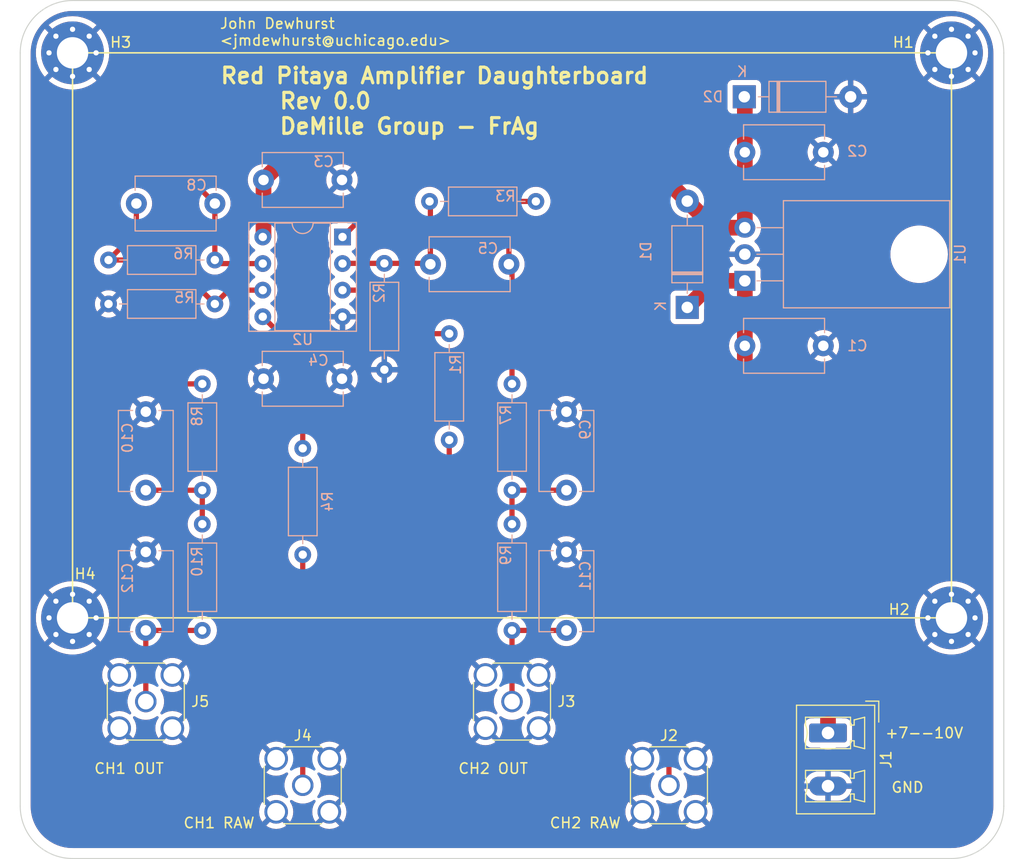
<source format=kicad_pcb>
(kicad_pcb (version 20211014) (generator pcbnew)
  (layers (0 "F.Cu" signal) (31 "B.Cu" signal) (34 "B.Paste" user) (35 "F.Paste" user) (36 "B.SilkS" user "B.Silkscreen") (37 "F.SilkS" user "F.Silkscreen") (38 "B.Mask" user) (39 "F.Mask" user) (44 "Edge.Cuts" user))
  (net 0 "")
  (net 1 "Net-(C1-Pad1)")
  (net 2 "GND")
  (net 3 "+5V")
  (net 4 "Net-(C5-Pad1)")
  (net 5 "Net-(C5-Pad2)")
  (net 6 "Net-(C8-Pad1)")
  (net 7 "Net-(C8-Pad2)")
  (net 8 "Net-(C9-Pad1)")
  (net 9 "Net-(C10-Pad1)")
  (net 10 "Net-(C11-Pad1)")
  (net 11 "Net-(C12-Pad1)")
  (net 12 "Net-(J2-Pad1)")
  (net 13 "Net-(J4-Pad1)")
  (net 14 "Net-(R1-Pad2)")
  (net 15 "Net-(R4-Pad2)")
  (footprint "Connector_Coaxial:SMA_Amphenol_132134-16_Vertical" (layer "F.Cu") (at 95 90)
    (fp_text reference "J3" (at 5.2 0) (layer "F.SilkS"))
    (fp_text value "RP_CH_1_out")
    (fp_line (start 3.68 -1.8) (end 3.68 1.8) (layer "F.SilkS") (width 0.12))
    (fp_line (start -3.68 -1.8) (end -3.68 1.8) (layer "F.SilkS") (width 0.12))
    (fp_line (start -1.8 3.68) (end 1.8 3.68) (layer "F.SilkS") (width 0.12))
    (fp_line (start -1.8 -3.68) (end 1.8 -3.68) (layer "F.SilkS") (width 0.12))
    (pad "1" thru_hole circle (at 0 0) (size 2.05 2.05) (drill 1.5) (layers *.Cu *.Mask) (net 10 "Net-(C11-Pad1)"))
    (pad "2" thru_hole circle (at 2.54 -2.54) (size 2.25 2.25) (drill 1.7) (layers *.Cu *.Mask) (net 2 "GND"))
    (pad "2" thru_hole circle (at 2.54 2.54) (size 2.25 2.25) (drill 1.7) (layers *.Cu *.Mask) (net 2 "GND"))
    (pad "2" thru_hole circle (at -2.54 2.54) (size 2.25 2.25) (drill 1.7) (layers *.Cu *.Mask) (net 2 "GND"))
    (pad "2" thru_hole circle (at -2.54 -2.54) (size 2.25 2.25) (drill 1.7) (layers *.Cu *.Mask) (net 2 "GND"))
  )
  (footprint "Connector_Coaxial:SMA_Amphenol_132134-16_Vertical" (layer "F.Cu") (at 60 90)
    (fp_text reference "J5" (at 5.2 0) (layer "F.SilkS"))
    (fp_text value "RP_CH_2_out")
    (fp_line (start 3.68 -1.8) (end 3.68 1.8) (layer "F.SilkS") (width 0.12))
    (fp_line (start -1.8 -3.68) (end 1.8 -3.68) (layer "F.SilkS") (width 0.12))
    (fp_line (start -3.68 -1.8) (end -3.68 1.8) (layer "F.SilkS") (width 0.12))
    (fp_line (start -1.8 3.68) (end 1.8 3.68) (layer "F.SilkS") (width 0.12))
    (pad "1" thru_hole circle (at 0 0) (size 2.05 2.05) (drill 1.5) (layers *.Cu *.Mask) (net 11 "Net-(C12-Pad1)"))
    (pad "2" thru_hole circle (at 2.54 -2.54) (size 2.25 2.25) (drill 1.7) (layers *.Cu *.Mask) (net 2 "GND"))
    (pad "2" thru_hole circle (at 2.54 2.54) (size 2.25 2.25) (drill 1.7) (layers *.Cu *.Mask) (net 2 "GND"))
    (pad "2" thru_hole circle (at -2.54 2.54) (size 2.25 2.25) (drill 1.7) (layers *.Cu *.Mask) (net 2 "GND"))
    (pad "2" thru_hole circle (at -2.54 -2.54) (size 2.25 2.25) (drill 1.7) (layers *.Cu *.Mask) (net 2 "GND"))
  )
  (footprint "Connector_Phoenix_MC_HighVoltage:PhoenixContact_MCV_1,5_2-G-5.08_1x02_P5.08mm_Vertical" (layer "F.Cu") (at 125.2 93 -90)
    (fp_text reference "J1" (at 2.54 -5.55 -90) (layer "F.SilkS"))
    (fp_text value "+10V")
    (fp_line (start 5.83 -2.15) (end 6.58 -2.15) (layer "F.SilkS") (width 0.12))
    (fp_line (start 3.58 2.15) (end 3.58 -2.15) (layer "F.SilkS") (width 0.12))
    (fp_line (start 3.58 -3.5) (end 6.58 -3.5) (layer "F.SilkS") (width 0.12))
    (fp_line (start 5.83 -2.5) (end 5.83 -2.15) (layer "F.SilkS") (width 0.12))
    (fp_line (start -1.5 -3.5) (end 1.5 -3.5) (layer "F.SilkS") (width 0.12))
    (fp_line (start -0.75 2.15) (end -1.5 2.15) (layer "F.SilkS") (width 0.12))
    (fp_line (start 3.83 -2.5) (end 3.58 -3.5) (layer "F.SilkS") (width 0.12))
    (fp_line (start 1.5 2.15) (end 0.75 2.15) (layer "F.SilkS") (width 0.12))
    (fp_line (start 6.58 -2.15) (end 6.58 2.15) (layer "F.SilkS") (width 0.12))
    (fp_line (start 0.75 -2.15) (end 1.5 -2.15) (layer "F.SilkS") (width 0.12))
    (fp_line (start -0.75 -2.15) (end -0.75 -2.5) (layer "F.SilkS") (width 0.12))
    (fp_line (start -3.04 -3.6) (end -3.04 -4.85) (layer "F.SilkS") (width 0.12))
    (fp_line (start 1.25 -2.5) (end 0.75 -2.5) (layer "F.SilkS") (width 0.12))
    (fp_line (start -0.75 -2.5) (end -1.25 -2.5) (layer "F.SilkS") (width 0.12))
    (fp_line (start 4.33 2.15) (end 3.58 2.15) (layer "F.SilkS") (width 0.12))
    (fp_line (start 7.73 -4.46) (end -2.65 -4.46) (layer "F.SilkS") (width 0.12))
    (fp_line (start 4.33 -2.5) (end 3.83 -2.5) (layer "F.SilkS") (width 0.12))
    (fp_line (start -1.5 2.15) (end -1.5 -2.15) (layer "F.SilkS") (width 0.12))
    (fp_line (start -2.65 -4.46) (end -2.65 3.01) (layer "F.SilkS") (width 0.12))
    (fp_line (start 1.5 -2.15) (end 1.5 2.15) (layer "F.SilkS") (width 0.12))
    (fp_line (start 1.5 -3.5) (end 1.25 -2.5) (layer "F.SilkS") (width 0.12))
    (fp_line (start 6.33 -2.5) (end 5.83 -2.5) (layer "F.SilkS") (width 0.12))
    (fp_line (start -3.04 -4.85) (end -1.04 -4.85) (layer "F.SilkS") (width 0.12))
    (fp_line (start 0.75 -2.5) (end 0.75 -2.15) (layer "F.SilkS") (width 0.12))
    (fp_line (start 4.33 -2.15) (end 4.33 -2.5) (layer "F.SilkS") (width 0.12))
    (fp_line (start 6.58 -3.5) (end 6.33 -2.5) (layer "F.SilkS") (width 0.12))
    (fp_line (start 6.58 2.15) (end 5.83 2.15) (layer "F.SilkS") (width 0.12))
    (fp_line (start -1.25 -2.5) (end -1.5 -3.5) (layer "F.SilkS") (width 0.12))
    (fp_line (start -1.5 -2.15) (end -0.75 -2.15) (layer "F.SilkS") (width 0.12))
    (fp_line (start 7.73 3.01) (end 7.73 -4.46) (layer "F.SilkS") (width 0.12))
    (fp_line (start -2.65 3.01) (end 7.73 3.01) (layer "F.SilkS") (width 0.12))
    (fp_line (start 3.58 -2.15) (end 4.33 -2.15) (layer "F.SilkS") (width 0.12))
    (fp_arc (start -0.75 2.15) (mid -0.000193 1.99191) (end 0.749647 2.149844) (layer "F.SilkS") (width 0.12))
    (fp_arc (start 4.33 2.15) (mid 5.079807 1.99191) (end 5.829647 2.149844) (layer "F.SilkS") (width 0.12))
    (pad "1" thru_hole roundrect (at 0 0 270) (size 1.8 3.6) (drill 1.2) (layers *.Cu *.Mask) (roundrect_rratio 0.1388888889) (net 1 "Net-(C1-Pad1)"))
    (pad "2" thru_hole oval (at 5.08 0 270) (size 1.8 3.6) (drill 1.2) (layers *.Cu *.Mask) (net 2 "GND"))
  )
  (footprint "MountingHole:MountingHole_3mm_Pad_Via" (layer "F.Cu") (at 137 28)
    (fp_text reference "H1" (at -4.6 -1) (layer "F.SilkS"))
    (fp_text value "MountingHole_Pad")
    (pad "1" thru_hole circle (at -1.59099 -1.59099) (size 0.8 0.8) (drill 0.5) (layers *.Cu *.Mask) (net 2 "GND"))
    (pad "1" thru_hole circle (at 1.59099 -1.59099) (size 0.8 0.8) (drill 0.5) (layers *.Cu *.Mask) (net 2 "GND"))
    (pad "1" thru_hole circle (at -1.59099 1.59099) (size 0.8 0.8) (drill 0.5) (layers *.Cu *.Mask) (net 2 "GND"))
    (pad "1" thru_hole circle (at -2.25 0) (size 0.8 0.8) (drill 0.5) (layers *.Cu *.Mask) (net 2 "GND"))
    (pad "1" thru_hole circle (at 0 0) (size 6 6) (drill 3) (layers *.Cu *.Mask) (net 2 "GND"))
    (pad "1" thru_hole circle (at 2.25 0) (size 0.8 0.8) (drill 0.5) (layers *.Cu *.Mask) (net 2 "GND"))
    (pad "1" thru_hole circle (at 0 -2.25) (size 0.8 0.8) (drill 0.5) (layers *.Cu *.Mask) (net 2 "GND"))
    (pad "1" thru_hole circle (at 0 2.25) (size 0.8 0.8) (drill 0.5) (layers *.Cu *.Mask) (net 2 "GND"))
    (pad "1" thru_hole circle (at 1.59099 1.59099) (size 0.8 0.8) (drill 0.5) (layers *.Cu *.Mask) (net 2 "GND"))
  )
  (footprint "MountingHole:MountingHole_3mm_Pad_Via" (layer "F.Cu") (at 53 28)
    (fp_text reference "H3" (at 4.6 -1) (layer "F.SilkS"))
    (fp_text value "MountingHole_Pad")
    (pad "1" thru_hole circle (at 0 -2.25) (size 0.8 0.8) (drill 0.5) (layers *.Cu *.Mask) (net 2 "GND"))
    (pad "1" thru_hole circle (at 1.59099 1.59099) (size 0.8 0.8) (drill 0.5) (layers *.Cu *.Mask) (net 2 "GND"))
    (pad "1" thru_hole circle (at 0 0) (size 6 6) (drill 3) (layers *.Cu *.Mask) (net 2 "GND"))
    (pad "1" thru_hole circle (at -2.25 0) (size 0.8 0.8) (drill 0.5) (layers *.Cu *.Mask) (net 2 "GND"))
    (pad "1" thru_hole circle (at -1.59099 1.59099) (size 0.8 0.8) (drill 0.5) (layers *.Cu *.Mask) (net 2 "GND"))
    (pad "1" thru_hole circle (at -1.59099 -1.59099) (size 0.8 0.8) (drill 0.5) (layers *.Cu *.Mask) (net 2 "GND"))
    (pad "1" thru_hole circle (at 1.59099 -1.59099) (size 0.8 0.8) (drill 0.5) (layers *.Cu *.Mask) (net 2 "GND"))
    (pad "1" thru_hole circle (at 0 2.25) (size 0.8 0.8) (drill 0.5) (layers *.Cu *.Mask) (net 2 "GND"))
    (pad "1" thru_hole circle (at 2.25 0) (size 0.8 0.8) (drill 0.5) (layers *.Cu *.Mask) (net 2 "GND"))
  )
  (footprint "Connector_Coaxial:SMA_Amphenol_132134-16_Vertical" (layer "F.Cu") (at 75 98)
    (fp_text reference "J4" (at 0 -4.75) (layer "F.SilkS"))
    (fp_text value "RP_CH_2_raw")
    (fp_line (start -1.8 -3.68) (end 1.8 -3.68) (layer "F.SilkS") (width 0.12))
    (fp_line (start -3.68 -1.8) (end -3.68 1.8) (layer "F.SilkS") (width 0.12))
    (fp_line (start -1.8 3.68) (end 1.8 3.68) (layer "F.SilkS") (width 0.12))
    (fp_line (start 3.68 -1.8) (end 3.68 1.8) (layer "F.SilkS") (width 0.12))
    (pad "1" thru_hole circle (at 0 0) (size 2.05 2.05) (drill 1.5) (layers *.Cu *.Mask) (net 13 "Net-(J4-Pad1)"))
    (pad "2" thru_hole circle (at -2.54 -2.54) (size 2.25 2.25) (drill 1.7) (layers *.Cu *.Mask) (net 2 "GND"))
    (pad "2" thru_hole circle (at 2.54 -2.54) (size 2.25 2.25) (drill 1.7) (layers *.Cu *.Mask) (net 2 "GND"))
    (pad "2" thru_hole circle (at -2.54 2.54) (size 2.25 2.25) (drill 1.7) (layers *.Cu *.Mask) (net 2 "GND"))
    (pad "2" thru_hole circle (at 2.54 2.54) (size 2.25 2.25) (drill 1.7) (layers *.Cu *.Mask) (net 2 "GND"))
  )
  (footprint "Connector_Coaxial:SMA_Amphenol_132134-16_Vertical" (layer "F.Cu") (at 110 98)
    (fp_text reference "J2" (at 0 -4.75) (layer "F.SilkS"))
    (fp_text value "RP_CH_1_raw")
    (fp_line (start 3.68 -1.8) (end 3.68 1.8) (layer "F.SilkS") (width 0.12))
    (fp_line (start -3.68 -1.8) (end -3.68 1.8) (layer "F.SilkS") (width 0.12))
    (fp_line (start -1.8 3.68) (end 1.8 3.68) (layer "F.SilkS") (width 0.12))
    (fp_line (start -1.8 -3.68) (end 1.8 -3.68) (layer "F.SilkS") (width 0.12))
    (pad "1" thru_hole circle (at 0 0) (size 2.05 2.05) (drill 1.5) (layers *.Cu *.Mask) (net 12 "Net-(J2-Pad1)"))
    (pad "2" thru_hole circle (at -2.54 -2.54) (size 2.25 2.25) (drill 1.7) (layers *.Cu *.Mask) (net 2 "GND"))
    (pad "2" thru_hole circle (at -2.54 2.54) (size 2.25 2.25) (drill 1.7) (layers *.Cu *.Mask) (net 2 "GND"))
    (pad "2" thru_hole circle (at 2.54 -2.54) (size 2.25 2.25) (drill 1.7) (layers *.Cu *.Mask) (net 2 "GND"))
    (pad "2" thru_hole circle (at 2.54 2.54) (size 2.25 2.25) (drill 1.7) (layers *.Cu *.Mask) (net 2 "GND"))
  )
  (footprint "MountingHole:MountingHole_3mm_Pad_Via" (layer "F.Cu") (at 53 82)
    (fp_text reference "H4" (at 1.2 -4.2) (layer "F.SilkS"))
    (fp_text value "MountingHole_Pad")
    (pad "1" thru_hole circle (at -1.59099 1.59099) (size 0.8 0.8) (drill 0.5) (layers *.Cu *.Mask) (net 2 "GND"))
    (pad "1" thru_hole circle (at 2.25 0) (size 0.8 0.8) (drill 0.5) (layers *.Cu *.Mask) (net 2 "GND"))
    (pad "1" thru_hole circle (at -1.59099 -1.59099) (size 0.8 0.8) (drill 0.5) (layers *.Cu *.Mask) (net 2 "GND"))
    (pad "1" thru_hole circle (at 0 -2.25) (size 0.8 0.8) (drill 0.5) (layers *.Cu *.Mask) (net 2 "GND"))
    (pad "1" thru_hole circle (at 0 0) (size 6 6) (drill 3) (layers *.Cu *.Mask) (net 2 "GND"))
    (pad "1" thru_hole circle (at 1.59099 -1.59099) (size 0.8 0.8) (drill 0.5) (layers *.Cu *.Mask) (net 2 "GND"))
    (pad "1" thru_hole circle (at -2.25 0) (size 0.8 0.8) (drill 0.5) (layers *.Cu *.Mask) (net 2 "GND"))
    (pad "1" thru_hole circle (at 0 2.25) (size 0.8 0.8) (drill 0.5) (layers *.Cu *.Mask) (net 2 "GND"))
    (pad "1" thru_hole circle (at 1.59099 1.59099) (size 0.8 0.8) (drill 0.5) (layers *.Cu *.Mask) (net 2 "GND"))
  )
  (footprint "MountingHole:MountingHole_3mm_Pad_Via" (layer "F.Cu") (at 137 82)
    (fp_text reference "H2" (at -5 -0.8) (layer "F.SilkS"))
    (fp_text value "MountingHole_Pad")
    (pad "1" thru_hole circle (at 2.25 0) (size 0.8 0.8) (drill 0.5) (layers *.Cu *.Mask) (net 2 "GND"))
    (pad "1" thru_hole circle (at 0 2.25) (size 0.8 0.8) (drill 0.5) (layers *.Cu *.Mask) (net 2 "GND"))
    (pad "1" thru_hole circle (at 1.59099 -1.59099) (size 0.8 0.8) (drill 0.5) (layers *.Cu *.Mask) (net 2 "GND"))
    (pad "1" thru_hole circle (at -1.59099 -1.59099) (size 0.8 0.8) (drill 0.5) (layers *.Cu *.Mask) (net 2 "GND"))
    (pad "1" thru_hole circle (at -1.59099 1.59099) (size 0.8 0.8) (drill 0.5) (layers *.Cu *.Mask) (net 2 "GND"))
    (pad "1" thru_hole circle (at 1.59099 1.59099) (size 0.8 0.8) (drill 0.5) (layers *.Cu *.Mask) (net 2 "GND"))
    (pad "1" thru_hole circle (at 0 -2.25) (size 0.8 0.8) (drill 0.5) (layers *.Cu *.Mask) (net 2 "GND"))
    (pad "1" thru_hole circle (at 0 0) (size 6 6) (drill 3) (layers *.Cu *.Mask) (net 2 "GND"))
    (pad "1" thru_hole circle (at -2.25 0) (size 0.8 0.8) (drill 0.5) (layers *.Cu *.Mask) (net 2 "GND"))
  )
  (footprint "Diode_THT:D_DO-41_SOD81_P10.16mm_Horizontal" (layer "B.Cu") (at 111.75 52.33 90)
    (fp_text reference "D1" (at 5.33 -3.95 90) (layer "B.SilkS") (effects (justify mirror)))
    (fp_text value "1N4001")
    (fp_text user "K" (at 0.13 -2.55 90) (layer "B.SilkS") (effects (justify mirror)))
    (fp_line (start 8.82 0) (end 7.8 0) (layer "B.SilkS") (width 0.12))
    (fp_line (start 2.36 1.47) (end 2.36 -1.47) (layer "B.SilkS") (width 0.12))
    (fp_line (start 7.8 1.47) (end 2.36 1.47) (layer "B.SilkS") (width 0.12))
    (fp_line (start 3.38 1.47) (end 3.38 -1.47) (layer "B.SilkS") (width 0.12))
    (fp_line (start 3.14 1.47) (end 3.14 -1.47) (layer "B.SilkS") (width 0.12))
    (fp_line (start 3.26 1.47) (end 3.26 -1.47) (layer "B.SilkS") (width 0.12))
    (fp_line (start 2.36 -1.47) (end 7.8 -1.47) (layer "B.SilkS") (width 0.12))
    (fp_line (start 7.8 -1.47) (end 7.8 1.47) (layer "B.SilkS") (width 0.12))
    (fp_line (start 1.34 0) (end 2.36 0) (layer "B.SilkS") (width 0.12))
    (pad "1" thru_hole rect (at 0 0 90) (size 2.2 2.2) (drill 1.1) (layers *.Cu *.Mask) (net 1 "Net-(C1-Pad1)"))
    (pad "2" thru_hole oval (at 10.16 0 90) (size 2.2 2.2) (drill 1.1) (layers *.Cu *.Mask) (net 3 "+5V"))
  )
  (footprint "Capacitor_THT:C_Disc_D7.5mm_W5.0mm_P7.50mm" (layer "B.Cu") (at 100.2 83.2 90)
    (fp_text reference "C11" (at 5.2 1.8 90) (layer "B.SilkS") (effects (justify mirror)))
    (fp_text value "optional")
    (fp_line (start -0.12 2.62) (end 7.62 2.62) (layer "B.SilkS") (width 0.12))
    (fp_line (start 7.62 2.62) (end 7.62 1.256) (layer "B.SilkS") (width 0.12))
    (fp_line (start -0.12 -2.62) (end 7.62 -2.62) (layer "B.SilkS") (width 0.12))
    (fp_line (start 7.62 -1.256) (end 7.62 -2.62) (layer "B.SilkS") (width 0.12))
    (fp_line (start -0.12 -1.256) (end -0.12 -2.62) (layer "B.SilkS") (width 0.12))
    (fp_line (start -0.12 2.62) (end -0.12 1.256) (layer "B.SilkS") (width 0.12))
    (pad "1" thru_hole circle (at 0 0 90) (size 2 2) (drill 1) (layers *.Cu *.Mask) (net 10 "Net-(C11-Pad1)"))
    (pad "2" thru_hole circle (at 7.5 0 90) (size 2 2) (drill 1) (layers *.Cu *.Mask) (net 2 "GND"))
  )
  (footprint "Package_DIP:DIP-8_W7.62mm_Socket" (layer "B.Cu") (at 78.8 45.6 180)
    (fp_text reference "U2" (at 3.81 -9.8) (layer "B.SilkS") (effects (justify mirror)))
    (fp_text value "TLV2462CP")
    (fp_line (start 6.46 1.33) (end 4.81 1.33) (layer "B.SilkS") (width 0.12))
    (fp_line (start 8.95 1.39) (end -1.33 1.39) (layer "B.SilkS") (width 0.12))
    (fp_line (start 1.16 1.33) (end 1.16 -8.95) (layer "B.SilkS") (width 0.12))
    (fp_line (start -1.33 -9.01) (end 8.95 -9.01) (layer "B.SilkS") (width 0.12))
    (fp_line (start 6.46 -8.95) (end 6.46 1.33) (layer "B.SilkS") (width 0.12))
    (fp_line (start -1.33 1.39) (end -1.33 -9.01) (layer "B.SilkS") (width 0.12))
    (fp_line (start 2.81 1.33) (end 1.16 1.33) (layer "B.SilkS") (width 0.12))
    (fp_line (start 8.95 -9.01) (end 8.95 1.39) (layer "B.SilkS") (width 0.12))
    (fp_line (start 1.16 -8.95) (end 6.46 -8.95) (layer "B.SilkS") (width 0.12))
    (fp_arc (start 2.81 1.33) (mid 3.81 0.33) (end 4.81 1.33) (layer "B.SilkS") (width 0.12))
    (pad "1" thru_hole rect (at 0 0 180) (size 1.6 1.6) (drill 0.8) (layers *.Cu *.Mask) (net 4 "Net-(C5-Pad1)"))
    (pad "2" thru_hole oval (at 0 -2.54 180) (size 1.6 1.6) (drill 0.8) (layers *.Cu *.Mask) (net 5 "Net-(C5-Pad2)"))
    (pad "3" thru_hole oval (at 0 -5.08 180) (size 1.6 1.6) (drill 0.8) (layers *.Cu *.Mask) (net 14 "Net-(R1-Pad2)"))
    (pad "4" thru_hole oval (at 0 -7.62 180) (size 1.6 1.6) (drill 0.8) (layers *.Cu *.Mask) (net 2 "GND"))
    (pad "5" thru_hole oval (at 7.62 -7.62 180) (size 1.6 1.6) (drill 0.8) (layers *.Cu *.Mask) (net 15 "Net-(R4-Pad2)"))
    (pad "6" thru_hole oval (at 7.62 -5.08 180) (size 1.6 1.6) (drill 0.8) (layers *.Cu *.Mask) (net 7 "Net-(C8-Pad2)"))
    (pad "7" thru_hole oval (at 7.62 -2.54 180) (size 1.6 1.6) (drill 0.8) (layers *.Cu *.Mask) (net 6 "Net-(C8-Pad1)"))
    (pad "8" thru_hole oval (at 7.62 0 180) (size 1.6 1.6) (drill 0.8) (layers *.Cu *.Mask) (net 3 "+5V"))
  )
  (footprint "Resistor_THT:R_Axial_DIN0207_L6.3mm_D2.5mm_P10.16mm_Horizontal" (layer "B.Cu") (at 95 59.64 -90)
    (fp_text reference "R7" (at 2.96 0.6 90) (layer "B.SilkS") (effects (justify mirror)))
    (fp_text value "optional")
    (fp_line (start 8.35 1.37) (end 1.81 1.37) (layer "B.SilkS") (width 0.12))
    (fp_line (start 1.81 -1.37) (end 8.35 -1.37) (layer "B.SilkS") (width 0.12))
    (fp_line (start 8.35 -1.37) (end 8.35 1.37) (layer "B.SilkS") (width 0.12))
    (fp_line (start 1.81 1.37) (end 1.81 -1.37) (layer "B.SilkS") (width 0.12))
    (fp_line (start 1.04 0) (end 1.81 0) (layer "B.SilkS") (width 0.12))
    (fp_line (start 9.12 0) (end 8.35 0) (layer "B.SilkS") (width 0.12))
    (pad "1" thru_hole circle (at 0 0 270) (size 1.6 1.6) (drill 0.8) (layers *.Cu *.Mask) (net 4 "Net-(C5-Pad1)"))
    (pad "2" thru_hole oval (at 10.16 0 270) (size 1.6 1.6) (drill 0.8) (layers *.Cu *.Mask) (net 8 "Net-(C9-Pad1)"))
  )
  (footprint "Capacitor_THT:C_Disc_D7.5mm_W5.0mm_P7.50mm" (layer "B.Cu") (at 117.25 56)
    (fp_text reference "C1" (at 10.75 0) (layer "B.SilkS") (effects (justify mirror)))
    (fp_text value "3.3 uF")
    (fp_line (start -0.12 2.62) (end -0.12 1.256) (layer "B.SilkS") (width 0.12))
    (fp_line (start -0.12 2.62) (end 7.62 2.62) (layer "B.SilkS") (width 0.12))
    (fp_line (start -0.12 -2.62) (end 7.62 -2.62) (layer "B.SilkS") (width 0.12))
    (fp_line (start 7.62 -1.256) (end 7.62 -2.62) (layer "B.SilkS") (width 0.12))
    (fp_line (start 7.62 2.62) (end 7.62 1.256) (layer "B.SilkS") (width 0.12))
    (fp_line (start -0.12 -1.256) (end -0.12 -2.62) (layer "B.SilkS") (width 0.12))
    (pad "1" thru_hole circle (at 0 0) (size 2 2) (drill 1) (layers *.Cu *.Mask) (net 1 "Net-(C1-Pad1)"))
    (pad "2" thru_hole circle (at 7.5 0) (size 2 2) (drill 1) (layers *.Cu *.Mask) (net 2 "GND"))
  )
  (footprint "Capacitor_THT:C_Disc_D7.5mm_W5.0mm_P7.50mm" (layer "B.Cu") (at 71.25 40.15)
    (fp_text reference "C3" (at 5.75 -1.75) (layer "B.SilkS") (effects (justify mirror)))
    (fp_text value "0.1 uF")
    (fp_line (start 7.62 2.62) (end 7.62 1.256) (layer "B.SilkS") (width 0.12))
    (fp_line (start -0.12 -2.62) (end 7.62 -2.62) (layer "B.SilkS") (width 0.12))
    (fp_line (start -0.12 -1.256) (end -0.12 -2.62) (layer "B.SilkS") (width 0.12))
    (fp_line (start -0.12 2.62) (end -0.12 1.256) (layer "B.SilkS") (width 0.12))
    (fp_line (start 7.62 -1.256) (end 7.62 -2.62) (layer "B.SilkS") (width 0.12))
    (fp_line (start -0.12 2.62) (end 7.62 2.62) (layer "B.SilkS") (width 0.12))
    (pad "1" thru_hole circle (at 0 0) (size 2 2) (drill 1) (layers *.Cu *.Mask) (net 3 "+5V"))
    (pad "2" thru_hole circle (at 7.5 0) (size 2 2) (drill 1) (layers *.Cu *.Mask) (net 2 "GND"))
  )
  (footprint "Resistor_THT:R_Axial_DIN0207_L6.3mm_D2.5mm_P10.16mm_Horizontal" (layer "B.Cu") (at 82.8 48.12 -90)
    (fp_text reference "R2" (at 2.83 0.5 90) (layer "B.SilkS") (effects (justify mirror)))
    (fp_text value "3k3")
    (fp_line (start 1.04 0) (end 1.81 0) (layer "B.SilkS") (width 0.12))
    (fp_line (start 1.81 1.37) (end 1.81 -1.37) (layer "B.SilkS") (width 0.12))
    (fp_line (start 1.81 -1.37) (end 8.35 -1.37) (layer "B.SilkS") (width 0.12))
    (fp_line (start 8.35 -1.37) (end 8.35 1.37) (layer "B.SilkS") (width 0.12))
    (fp_line (start 8.35 1.37) (end 1.81 1.37) (layer "B.SilkS") (width 0.12))
    (fp_line (start 9.12 0) (end 8.35 0) (layer "B.SilkS") (width 0.12))
    (pad "1" thru_hole circle (at 0 0 270) (size 1.6 1.6) (drill 0.8) (layers *.Cu *.Mask) (net 5 "Net-(C5-Pad2)"))
    (pad "2" thru_hole oval (at 10.16 0 270) (size 1.6 1.6) (drill 0.8) (layers *.Cu *.Mask) (net 2 "GND"))
  )
  (footprint "Capacitor_THT:C_Disc_D7.5mm_W5.0mm_P7.50mm" (layer "B.Cu") (at 78.75 59.15 180)
    (fp_text reference "C4" (at 2.25 1.75) (layer "B.SilkS") (effects (justify mirror)))
    (fp_text value "0.1 uF")
    (fp_line (start -0.12 2.62) (end -0.12 1.256) (layer "B.SilkS") (width 0.12))
    (fp_line (start -0.12 -2.62) (end 7.62 -2.62) (layer "B.SilkS") (width 0.12))
    (fp_line (start -0.12 2.62) (end 7.62 2.62) (layer "B.SilkS") (width 0.12))
    (fp_line (start -0.12 -1.256) (end -0.12 -2.62) (layer "B.SilkS") (width 0.12))
    (fp_line (start 7.62 -1.256) (end 7.62 -2.62) (layer "B.SilkS") (width 0.12))
    (fp_line (start 7.62 2.62) (end 7.62 1.256) (layer "B.SilkS") (width 0.12))
    (pad "1" thru_hole circle (at 0 0 180) (size 2 2) (drill 1) (layers *.Cu *.Mask) (net 2 "GND"))
    (pad "2" thru_hole circle (at 7.5 0 180) (size 2 2) (drill 1) (layers *.Cu *.Mask) (net 2 "GND"))
  )
  (footprint "Capacitor_THT:C_Disc_D7.5mm_W5.0mm_P7.50mm" (layer "B.Cu") (at 117.25 37.5)
    (fp_text reference "C2" (at 10.75 -0.1) (layer "B.SilkS") (effects (justify mirror)))
    (fp_text value "0.1 uF")
    (fp_line (start 7.62 -1.256) (end 7.62 -2.62) (layer "B.SilkS") (width 0.12))
    (fp_line (start -0.12 2.62) (end 7.62 2.62) (layer "B.SilkS") (width 0.12))
    (fp_line (start -0.12 -1.256) (end -0.12 -2.62) (layer "B.SilkS") (width 0.12))
    (fp_line (start 7.62 2.62) (end 7.62 1.256) (layer "B.SilkS") (width 0.12))
    (fp_line (start -0.12 2.62) (end -0.12 1.256) (layer "B.SilkS") (width 0.12))
    (fp_line (start -0.12 -2.62) (end 7.62 -2.62) (layer "B.SilkS") (width 0.12))
    (pad "1" thru_hole circle (at 0 0) (size 2 2) (drill 1) (layers *.Cu *.Mask) (net 3 "+5V"))
    (pad "2" thru_hole circle (at 7.5 0) (size 2 2) (drill 1) (layers *.Cu *.Mask) (net 2 "GND"))
  )
  (footprint "Package_TO_SOT_THT:TO-220-3_Horizontal_TabDown" (layer "B.Cu") (at 117.25 49.79 90)
    (fp_text reference "U1" (at 2.54 20.58 90) (layer "B.SilkS") (effects (justify mirror)))
    (fp_text value "L7805")
    (fp_line (start -2.58 19.58) (end -2.58 3.69) (layer "B.SilkS") (width 0.12))
    (fp_line (start 0 3.69) (end 0 1.15) (layer "B.SilkS") (width 0.12))
    (fp_line (start 7.66 19.58) (end 7.66 3.69) (layer "B.SilkS") (width 0.12))
    (fp_line (start 5.08 3.69) (end 5.08 1.15) (layer "B.SilkS") (width 0.12))
    (fp_line (start -2.58 19.58) (end 7.66 19.58) (layer "B.SilkS") (width 0.12))
    (fp_line (start 2.54 3.69) (end 2.54 1.15) (layer "B.SilkS") (width 0.12))
    (fp_line (start -2.58 3.69) (end 7.66 3.69) (layer "B.SilkS") (width 0.12))
    (pad "" np_thru_hole oval (at 2.54 16.66 90) (size 3.5 3.5) (drill 3.5) (layers *.Cu *.Mask))
    (pad "1" thru_hole rect (at 0 0 90) (size 1.905 2) (drill 1.1) (layers *.Cu *.Mask) (net 1 "Net-(C1-Pad1)"))
    (pad "2" thru_hole oval (at 2.54 0 90) (size 1.905 2) (drill 1.1) (layers *.Cu *.Mask) (net 2 "GND"))
    (pad "3" thru_hole oval (at 5.08 0 90) (size 1.905 2) (drill 1.1) (layers *.Cu *.Mask) (net 3 "+5V"))
  )
  (footprint "Resistor_THT:R_Axial_DIN0207_L6.3mm_D2.5mm_P10.16mm_Horizontal" (layer "B.Cu") (at 66.6 47.8 180)
    (fp_text reference "R6" (at 3 0.6) (layer "B.SilkS") (effects (justify mirror)))
    (fp_text value "5k1")
    (fp_line (start 9.12 0) (end 8.35 0) (layer "B.SilkS") (width 0.12))
    (fp_line (start 1.81 1.37) (end 1.81 -1.37) (layer "B.SilkS") (width 0.12))
    (fp_line (start 1.81 -1.37) (end 8.35 -1.37) (layer "B.SilkS") (width 0.12))
    (fp_line (start 8.35 1.37) (end 1.81 1.37) (layer "B.SilkS") (width 0.12))
    (fp_line (start 8.35 -1.37) (end 8.35 1.37) (layer "B.SilkS") (width 0.12))
    (fp_line (start 1.04 0) (end 1.81 0) (layer "B.SilkS") (width 0.12))
    (pad "1" thru_hole circle (at 0 0 180) (size 1.6 1.6) (drill 0.8) (layers *.Cu *.Mask) (net 6 "Net-(C8-Pad1)"))
    (pad "2" thru_hole oval (at 10.16 0 180) (size 1.6 1.6) (drill 0.8) (layers *.Cu *.Mask) (net 7 "Net-(C8-Pad2)"))
  )
  (footprint "Resistor_THT:R_Axial_DIN0207_L6.3mm_D2.5mm_P10.16mm_Horizontal" (layer "B.Cu") (at 75 75.96 90)
    (fp_text reference "R4" (at 5.08 2.37 90) (layer "B.SilkS") (effects (justify mirror)))
    (fp_text value "3k3")
    (fp_line (start 1.04 0) (end 1.81 0) (layer "B.SilkS") (width 0.12))
    (fp_line (start 9.12 0) (end 8.35 0) (layer "B.SilkS") (width 0.12))
    (fp_line (start 8.35 1.37) (end 1.81 1.37) (layer "B.SilkS") (width 0.12))
    (fp_line (start 1.81 1.37) (end 1.81 -1.37) (layer "B.SilkS") (width 0.12))
    (fp_line (start 1.81 -1.37) (end 8.35 -1.37) (layer "B.SilkS") (width 0.12))
    (fp_line (start 8.35 -1.37) (end 8.35 1.37) (layer "B.SilkS") (width 0.12))
    (pad "1" thru_hole circle (at 0 0 90) (size 1.6 1.6) (drill 0.8) (layers *.Cu *.Mask) (net 13 "Net-(J4-Pad1)"))
    (pad "2" thru_hole oval (at 10.16 0 90) (size 1.6 1.6) (drill 0.8) (layers *.Cu *.Mask) (net 15 "Net-(R4-Pad2)"))
  )
  (footprint "Capacitor_THT:C_Disc_D7.5mm_W5.0mm_P7.50mm" (layer "B.Cu") (at 66.6 42.4 180)
    (fp_text reference "C8" (at 1.75 1.75) (layer "B.SilkS") (effects (justify mirror)))
    (fp_text value "1 nF")
    (fp_line (start -0.12 -1.256) (end -0.12 -2.62) (layer "B.SilkS") (width 0.12))
    (fp_line (start 7.62 -1.256) (end 7.62 -2.62) (layer "B.SilkS") (width 0.12))
    (fp_line (start -0.12 2.62) (end -0.12 1.256) (layer "B.SilkS") (width 0.12))
    (fp_line (start -0.12 -2.62) (end 7.62 -2.62) (layer "B.SilkS") (width 0.12))
    (fp_line (start 7.62 2.62) (end 7.62 1.256) (layer "B.SilkS") (width 0.12))
    (fp_line (start -0.12 2.62) (end 7.62 2.62) (layer "B.SilkS") (width 0.12))
    (pad "1" thru_hole circle (at 0 0 180) (size 2 2) (drill 1) (layers *.Cu *.Mask) (net 6 "Net-(C8-Pad1)"))
    (pad "2" thru_hole circle (at 7.5 0 180) (size 2 2) (drill 1) (layers *.Cu *.Mask) (net 7 "Net-(C8-Pad2)"))
  )
  (footprint "Resistor_THT:R_Axial_DIN0207_L6.3mm_D2.5mm_P10.16mm_Horizontal" (layer "B.Cu") (at 65.4 73.04 -90)
    (fp_text reference "R10" (at 3.58 0.5 90) (layer "B.SilkS") (effects (justify mirror)))
    (fp_text value "optional")
    (fp_line (start 1.81 -1.37) (end 8.35 -1.37) (layer "B.SilkS") (width 0.12))
    (fp_line (start 1.04 0) (end 1.81 0) (layer "B.SilkS") (width 0.12))
    (fp_line (start 8.35 -1.37) (end 8.35 1.37) (layer "B.SilkS") (width 0.12))
    (fp_line (start 8.35 1.37) (end 1.81 1.37) (layer "B.SilkS") (width 0.12))
    (fp_line (start 9.12 0) (end 8.35 0) (layer "B.SilkS") (width 0.12))
    (fp_line (start 1.81 1.37) (end 1.81 -1.37) (layer "B.SilkS") (width 0.12))
    (pad "1" thru_hole circle (at 0 0 270) (size 1.6 1.6) (drill 0.8) (layers *.Cu *.Mask) (net 9 "Net-(C10-Pad1)"))
    (pad "2" thru_hole oval (at 10.16 0 270) (size 1.6 1.6) (drill 0.8) (layers *.Cu *.Mask) (net 11 "Net-(C12-Pad1)"))
  )
  (footprint "Resistor_THT:R_Axial_DIN0207_L6.3mm_D2.5mm_P10.16mm_Horizontal" (layer "B.Cu") (at 97.28 42.2 180)
    (fp_text reference "R3" (at 2.91 0.5) (layer "B.SilkS") (effects (justify mirror)))
    (fp_text value "5k1")
    (fp_line (start 1.81 1.37) (end 1.81 -1.37) (layer "B.SilkS") (width 0.12))
    (fp_line (start 8.35 -1.37) (end 8.35 1.37) (layer "B.SilkS") (width 0.12))
    (fp_line (start 8.35 1.37) (end 1.81 1.37) (layer "B.SilkS") (width 0.12))
    (fp_line (start 9.12 0) (end 8.35 0) (layer "B.SilkS") (width 0.12))
    (fp_line (start 1.81 -1.37) (end 8.35 -1.37) (layer "B.SilkS") (width 0.12))
    (fp_line (start 1.04 0) (end 1.81 0) (layer "B.SilkS") (width 0.12))
    (pad "1" thru_hole circle (at 0 0 180) (size 1.6 1.6) (drill 0.8) (layers *.Cu *.Mask) (net 4 "Net-(C5-Pad1)"))
    (pad "2" thru_hole oval (at 10.16 0 180) (size 1.6 1.6) (drill 0.8) (layers *.Cu *.Mask) (net 5 "Net-(C5-Pad2)"))
  )
  (footprint "Resistor_THT:R_Axial_DIN0207_L6.3mm_D2.5mm_P10.16mm_Horizontal" (layer "B.Cu") (at 56.44 52)
    (fp_text reference "R5" (at 7.25 -0.6) (layer "B.SilkS") (effects (justify mirror)))
    (fp_text value "3k3")
    (fp_line (start 1.04 0) (end 1.81 0) (layer "B.SilkS") (width 0.12))
    (fp_line (start 8.35 -1.37) (end 8.35 1.37) (layer "B.SilkS") (width 0.12))
    (fp_line (start 1.81 1.37) (end 1.81 -1.37) (layer "B.SilkS") (width 0.12))
    (fp_line (start 9.12 0) (end 8.35 0) (layer "B.SilkS") (width 0.12))
    (fp_line (start 1.81 -1.37) (end 8.35 -1.37) (layer "B.SilkS") (width 0.12))
    (fp_line (start 8.35 1.37) (end 1.81 1.37) (layer "B.SilkS") (width 0.12))
    (pad "1" thru_hole circle (at 0 0) (size 1.6 1.6) (drill 0.8) (layers *.Cu *.Mask) (net 2 "GND"))
    (pad "2" thru_hole oval (at 10.16 0) (size 1.6 1.6) (drill 0.8) (layers *.Cu *.Mask) (net 7 "Net-(C8-Pad2)"))
  )
  (footprint "Resistor_THT:R_Axial_DIN0207_L6.3mm_D2.5mm_P10.16mm_Horizontal" (layer "B.Cu") (at 95 73.04 -90)
    (fp_text reference "R9" (at 2.96 0.6 90) (layer "B.SilkS") (effects (justify mirror)))
    (fp_text value "optional")
    (fp_line (start 1.04 0) (end 1.81 0) (layer "B.SilkS") (width 0.12))
    (fp_line (start 8.35 1.37) (end 1.81 1.37) (layer "B.SilkS") (width 0.12))
    (fp_line (start 8.35 -1.37) (end 8.35 1.37) (layer "B.SilkS") (width 0.12))
    (fp_line (start 9.12 0) (end 8.35 0) (layer "B.SilkS") (width 0.12))
    (fp_line (start 1.81 1.37) (end 1.81 -1.37) (layer "B.SilkS") (width 0.12))
    (fp_line (start 1.81 -1.37) (end 8.35 -1.37) (layer "B.SilkS") (width 0.12))
    (pad "1" thru_hole circle (at 0 0 270) (size 1.6 1.6) (drill 0.8) (layers *.Cu *.Mask) (net 8 "Net-(C9-Pad1)"))
    (pad "2" thru_hole oval (at 10.16 0 270) (size 1.6 1.6) (drill 0.8) (layers *.Cu *.Mask) (net 10 "Net-(C11-Pad1)"))
  )
  (footprint "Capacitor_THT:C_Disc_D7.5mm_W5.0mm_P7.50mm" (layer "B.Cu") (at 60 83.2 90)
    (fp_text reference "C12" (at 5 -1.75 90) (layer "B.SilkS") (effects (justify mirror)))
    (fp_text value "optional")
    (fp_line (start -0.12 2.62) (end -0.12 1.256) (layer "B.SilkS") (width 0.12))
    (fp_line (start -0.12 -1.256) (end -0.12 -2.62) (layer "B.SilkS") (width 0.12))
    (fp_line (start 7.62 -1.256) (end 7.62 -2.62) (layer "B.SilkS") (width 0.12))
    (fp_line (start -0.12 -2.62) (end 7.62 -2.62) (layer "B.SilkS") (width 0.12))
    (fp_line (start -0.12 2.62) (end 7.62 2.62) (layer "B.SilkS") (width 0.12))
    (fp_line (start 7.62 2.62) (end 7.62 1.256) (layer "B.SilkS") (width 0.12))
    (pad "1" thru_hole circle (at 0 0 90) (size 2 2) (drill 1) (layers *.Cu *.Mask) (net 11 "Net-(C12-Pad1)"))
    (pad "2" thru_hole circle (at 7.5 0 90) (size 2 2) (drill 1) (layers *.Cu *.Mask) (net 2 "GND"))
  )
  (footprint "Capacitor_THT:C_Disc_D7.5mm_W5.0mm_P7.50mm" (layer "B.Cu") (at 60 69.8 90)
    (fp_text reference "C10" (at 5 -1.75 90) (layer "B.SilkS") (effects (justify mirror)))
    (fp_text value "optional")
    (fp_line (start -0.12 2.62) (end 7.62 2.62) (layer "B.SilkS") (width 0.12))
    (fp_line (start 7.62 2.62) (end 7.62 1.256) (layer "B.SilkS") (width 0.12))
    (fp_line (start -0.12 -1.256) (end -0.12 -2.62) (layer "B.SilkS") (width 0.12))
    (fp_line (start -0.12 2.62) (end -0.12 1.256) (layer "B.SilkS") (width 0.12))
    (fp_line (start -0.12 -2.62) (end 7.62 -2.62) (layer "B.SilkS") (width 0.12))
    (fp_line (start 7.62 -1.256) (end 7.62 -2.62) (layer "B.SilkS") (width 0.12))
    (pad "1" thru_hole circle (at 0 0 90) (size 2 2) (drill 1) (layers *.Cu *.Mask) (net 9 "Net-(C10-Pad1)"))
    (pad "2" thru_hole circle (at 7.5 0 90) (size 2 2) (drill 1) (layers *.Cu *.Mask) (net 2 "GND"))
  )
  (footprint "Capacitor_THT:C_Disc_D7.5mm_W5.0mm_P7.50mm" (layer "B.Cu") (at 94.7 48.2 180)
    (fp_text reference "C5" (at 2 1.5) (layer "B.SilkS") (effects (justify mirror)))
    (fp_text value "1 nF")
    (fp_line (start -0.12 -1.256) (end -0.12 -2.62) (layer "B.SilkS") (width 0.12))
    (fp_line (start -0.12 2.62) (end 7.62 2.62) (layer "B.SilkS") (width 0.12))
    (fp_line (start 7.62 2.62) (end 7.62 1.256) (layer "B.SilkS") (width 0.12))
    (fp_line (start -0.12 -2.62) (end 7.62 -2.62) (layer "B.SilkS") (width 0.12))
    (fp_line (start -0.12 2.62) (end -0.12 1.256) (layer "B.SilkS") (width 0.12))
    (fp_line (start 7.62 -1.256) (end 7.62 -2.62) (layer "B.SilkS") (width 0.12))
    (pad "1" thru_hole circle (at 0 0 180) (size 2 2) (drill 1) (layers *.Cu *.Mask) (net 4 "Net-(C5-Pad1)"))
    (pad "2" thru_hole circle (at 7.5 0 180) (size 2 2) (drill 1) (layers *.Cu *.Mask) (net 5 "Net-(C5-Pad2)"))
  )
  (footprint "Capacitor_THT:C_Disc_D7.5mm_W5.0mm_P7.50mm" (layer "B.Cu") (at 100.2 69.8 90)
    (fp_text reference "C9" (at 5.8 1.8 90) (layer "B.SilkS") (effects (justify mirror)))
    (fp_text value "optional")
    (fp_line (start 7.62 2.62) (end 7.62 1.256) (layer "B.SilkS") (width 0.12))
    (fp_line (start -0.12 -1.256) (end -0.12 -2.62) (layer "B.SilkS") (width 0.12))
    (fp_line (start -0.12 -2.62) (end 7.62 -2.62) (layer "B.SilkS") (width 0.12))
    (fp_line (start -0.12 2.62) (end 7.62 2.62) (layer "B.SilkS") (width 0.12))
    (fp_line (start -0.12 2.62) (end -0.12 1.256) (layer "B.SilkS") (width 0.12))
    (fp_line (start 7.62 -1.256) (end 7.62 -2.62) (layer "B.SilkS") (width 0.12))
    (pad "1" thru_hole circle (at 0 0 90) (size 2 2) (drill 1) (layers *.Cu *.Mask) (net 8 "Net-(C9-Pad1)"))
    (pad "2" thru_hole circle (at 7.5 0 90) (size 2 2) (drill 1) (layers *.Cu *.Mask) (net 2 "GND"))
  )
  (footprint "Resistor_THT:R_Axial_DIN0207_L6.3mm_D2.5mm_P10.16mm_Horizontal" (layer "B.Cu") (at 65.4 59.64 -90)
    (fp_text reference "R8" (at 3.08 0.5 90) (layer "B.SilkS") (effects (justify mirror)))
    (fp_text value "optional")
    (fp_line (start 9.12 0) (end 8.35 0) (layer "B.SilkS") (width 0.12))
    (fp_line (start 1.04 0) (end 1.81 0) (layer "B.SilkS") (width 0.12))
    (fp_line (start 1.81 -1.37) (end 8.35 -1.37) (layer "B.SilkS") (width 0.12))
    (fp_line (start 8.35 -1.37) (end 8.35 1.37) (layer "B.SilkS") (width 0.12))
    (fp_line (start 1.81 1.37) (end 1.81 -1.37) (layer "B.SilkS") (width 0.12))
    (fp_line (start 8.35 1.37) (end 1.81 1.37) (layer "B.SilkS") (width 0.12))
    (pad "1" thru_hole circle (at 0 0 270) (size 1.6 1.6) (drill 0.8) (layers *.Cu *.Mask) (net 6 "Net-(C8-Pad1)"))
    (pad "2" thru_hole oval (at 10.16 0 270) (size 1.6 1.6) (drill 0.8) (layers *.Cu *.Mask) (net 9 "Net-(C10-Pad1)"))
  )
  (footprint "Resistor_THT:R_Axial_DIN0207_L6.3mm_D2.5mm_P10.16mm_Horizontal" (layer "B.Cu") (at 89 65 90)
    (fp_text reference "R1" (at 7.2 0.6 90) (layer "B.SilkS") (effects (justify mirror)))
    (fp_text value "3k3")
    (fp_line (start 8.35 1.37) (end 1.81 1.37) (layer "B.SilkS") (width 0.12))
    (fp_line (start 1.81 -1.37) (end 8.35 -1.37) (layer "B.SilkS") (width 0.12))
    (fp_line (start 9.12 0) (end 8.35 0) (layer "B.SilkS") (width 0.12))
    (fp_line (start 1.04 0) (end 1.81 0) (layer "B.SilkS") (width 0.12))
    (fp_line (start 1.81 1.37) (end 1.81 -1.37) (layer "B.SilkS") (width 0.12))
    (fp_line (start 8.35 -1.37) (end 8.35 1.37) (layer "B.SilkS") (width 0.12))
    (pad "1" thru_hole circle (at 0 0 90) (size 1.6 1.6) (drill 0.8) (layers *.Cu *.Mask) (net 12 "Net-(J2-Pad1)"))
    (pad "2" thru_hole oval (at 10.16 0 90) (size 1.6 1.6) (drill 0.8) (layers *.Cu *.Mask) (net 14 "Net-(R1-Pad2)"))
  )
  (footprint "Diode_THT:D_DO-41_SOD81_P10.16mm_Horizontal" (layer "B.Cu") (at 117.2 32.2)
    (fp_text reference "D2" (at -3 0) (layer "B.SilkS") (effects (justify mirror)))
    (fp_text value "1N4001")
    (fp_text user "K" (at -0.2 -2.4) (layer "B.SilkS") (effects (justify mirror)))
    (fp_line (start 1.34 0) (end 2.36 0) (layer "B.SilkS") (width 0.12))
    (fp_line (start 3.14 1.47) (end 3.14 -1.47) (layer "B.SilkS") (width 0.12))
    (fp_line (start 3.38 1.47) (end 3.38 -1.47) (layer "B.SilkS") (width 0.12))
    (fp_line (start 8.82 0) (end 7.8 0) (layer "B.SilkS") (width 0.12))
    (fp_line (start 7.8 1.47) (end 2.36 1.47) (layer "B.SilkS") (width 0.12))
    (fp_line (start 2.36 1.47) (end 2.36 -1.47) (layer "B.SilkS") (width 0.12))
    (fp_line (start 2.36 -1.47) (end 7.8 -1.47) (layer "B.SilkS") (width 0.12))
    (fp_line (start 3.26 1.47) (end 3.26 -1.47) (layer "B.SilkS") (width 0.12))
    (fp_line (start 7.8 -1.47) (end 7.8 1.47) (layer "B.SilkS") (width 0.12))
    (pad "1" thru_hole rect (at 0 0) (size 2.2 2.2) (drill 1.1) (layers *.Cu *.Mask) (net 3 "+5V"))
    (pad "2" thru_hole oval (at 10.16 0) (size 2.2 2.2) (drill 1.1) (layers *.Cu *.Mask) (net 2 "GND"))
  )
  (gr_rect (start 53 28) (end 137 82) (layer "F.SilkS") (width 0.15) (fill none))
  (gr_line (start 48 28) (end 48 100) (layer "Edge.Cuts") (width 0.1))
  (gr_arc (start 137 23) (mid 140.535534 24.464466) (end 142 28) (layer "Edge.Cuts") (width 0.1))
  (gr_line (start 137 23) (end 53 23) (layer "Edge.Cuts") (width 0.1))
  (gr_line (start 142 100) (end 142 28) (layer "Edge.Cuts") (width 0.1))
  (gr_arc (start 48 28) (mid 49.464466 24.464466) (end 53 23) (layer "Edge.Cuts") (width 0.1))
  (gr_arc (start 53 105) (mid 49.464466 103.535534) (end 48 100) (layer "Edge.Cuts") (width 0.1))
  (gr_arc (start 142 100) (mid 140.535534 103.535534) (end 137 105) (layer "Edge.Cuts") (width 0.1))
  (gr_line (start 53 105) (end 137 105) (layer "Edge.Cuts") (width 0.1))
  (gr_text "CH1 RAW" (at 67 101.6) (layer "F.SilkS") (effects (font (size 1 1))))
  (gr_text "CH2 OUT" (at 93.2 96.4) (layer "F.SilkS") (effects (font (size 1 1))))
  (gr_text "Red Pitaya Amplifier Daughterboard\n	Rev 0.0\n	DeMille Group - FrAg" (at 67 32.6) (layer "F.SilkS") (effects (font (size 1.5 1.5) (thickness 0.3)) (justify left)))
  (gr_text "John Dewhurst\n<jmdewhurst@uchicago.edu>" (at 67 26) (layer "F.SilkS") (effects (font (size 1 1)) (justify left)))
  (gr_text "CH1 OUT" (at 58.4 96.4) (layer "F.SilkS") (effects (font (size 1 1))))
  (gr_text "+7--10V" (at 134.4 93) (layer "F.SilkS") (effects (font (size 1 1))))
  (gr_text "GND\n" (at 132.8 98.2) (layer "F.SilkS") (effects (font (size 1 1))))
  (gr_text "CH2 RAW" (at 102 101.6) (layer "F.SilkS") (effects (font (size 1 1))))
  (segment (start 117.25 62.05) (end 125.2 70) (width 1.5) (layer "F.Cu") (net 1))
  (segment (start 117.25 49.79) (end 114.29 49.79) (width 1.5) (layer "F.Cu") (net 1))
  (segment (start 114.29 49.79) (end 111.75 52.33) (width 1.5) (layer "F.Cu") (net 1))
  (segment (start 117.25 56) (end 117.25 62.05) (width 1.5) (layer "F.Cu") (net 1))
  (segment (start 117.25 56) (end 117.25 49.79) (width 1.5) (layer "F.Cu") (net 1))
  (segment (start 125.2 70) (end 125.2 93) (width 1.5) (layer "F.Cu") (net 1))
  (segment (start 117.25 44.71) (end 117.25 37.5) (width 1.5) (layer "F.Cu") (net 3))
  (segment (start 111.75 42.17) (end 104.78 35.2) (width 1.5) (layer "F.Cu") (net 3))
  (segment (start 71.25 45.53) (end 71.18 45.6) (width 1.5) (layer "F.Cu") (net 3))
  (segment (start 104.78 35.2) (end 76.2 35.2) (width 1.5) (layer "F.Cu") (net 3))
  (segment (start 114.29 44.71) (end 111.75 42.17) (width 1.5) (layer "F.Cu") (net 3))
  (segment (start 117.25 37.5) (end 117.25 32.25) (width 1.5) (layer "F.Cu") (net 3))
  (segment (start 76.2 35.2) (end 71.25 40.15) (width 1.5) (layer "F.Cu") (net 3))
  (segment (start 117.25 44.71) (end 114.29 44.71) (width 1.5) (layer "F.Cu") (net 3))
  (segment (start 71.25 40.15) (end 71.25 45.53) (width 1.5) (layer "F.Cu") (net 3))
  (segment (start 117.25 32.25) (end 117.2 32.2) (width 1.5) (layer "F.Cu") (net 3))
  (segment (start 95 48.5) (end 94.7 48.2) (width 0.5) (layer "F.Cu") (net 4))
  (segment (start 93.2 39.6) (end 95.8 42.2) (width 0.5) (layer "F.Cu") (net 4))
  (segment (start 95 59.64) (end 95 48.5) (width 0.5) (layer "F.Cu") (net 4))
  (segment (start 94.7 48.2) (end 94.7 43.3) (width 0.5) (layer "F.Cu") (net 4))
  (segment (start 78.8 45.6) (end 84.8 39.6) (width 0.5) (layer "F.Cu") (net 4))
  (segment (start 95.8 42.2) (end 97.28 42.2) (width 0.5) (layer "F.Cu") (net 4))
  (segment (start 94.7 43.3) (end 95.8 42.2) (width 0.5) (layer "F.Cu") (net 4))
  (segment (start 84.8 39.6) (end 93.2 39.6) (width 0.5) (layer "F.Cu") (net 4))
  (segment (start 87.2 48.2) (end 87.2 42.28) (width 0.5) (layer "F.Cu") (net 5))
  (segment (start 87.12 48.12) (end 87.2 48.2) (width 0.5) (layer "F.Cu") (net 5))
  (segment (start 87.2 42.28) (end 87.12 42.2) (width 0.5) (layer "F.Cu") (net 5))
  (segment (start 82.8 48.12) (end 78.82 48.12) (width 0.5) (layer "F.Cu") (net 5))
  (segment (start 78.82 48.12) (end 78.8 48.14) (width 0.5) (layer "F.Cu") (net 5))
  (segment (start 82.8 48.12) (end 87.12 48.12) (width 0.5) (layer "F.Cu") (net 5))
  (segment (start 63.8 39.6) (end 66.6 42.4) (width 0.5) (layer "F.Cu") (net 6))
  (segment (start 66.94 48.14) (end 66.6 47.8) (width 0.5) (layer "F.Cu") (net 6))
  (segment (start 54 53) (end 54 43.2) (width 0.5) (layer "F.Cu") (net 6))
  (segment (start 65.4 59.64) (end 60.64 59.64) (width 0.5) (layer "F.Cu") (net 6))
  (segment (start 57.6 39.6) (end 63.8 39.6) (width 0.5) (layer "F.Cu") (net 6))
  (segment (start 66.6 47.8) (end 66.6 42.4) (width 0.5) (layer "F.Cu") (net 6))
  (segment (start 71.18 48.14) (end 66.94 48.14) (width 0.5) (layer "F.Cu") (net 6))
  (segment (start 54 43.2) (end 57.6 39.6) (width 0.5) (layer "F.Cu") (net 6))
  (segment (start 60.64 59.64) (end 54 53) (width 0.5) (layer "F.Cu") (net 6))
  (segment (start 71.18 50.68) (end 67.92 50.68) (width 0.5) (layer "F.Cu") (net 7))
  (segment (start 62.4 47.8) (end 66.6 52) (width 0.5) (layer "F.Cu") (net 7))
  (segment (start 67.92 50.68) (end 66.6 52) (width 0.5) (layer "F.Cu") (net 7))
  (segment (start 59.1 42.4) (end 59.1 45.14) (width 0.5) (layer "F.Cu") (net 7))
  (segment (start 59.1 45.14) (end 56.44 47.8) (width 0.5) (layer "F.Cu") (net 7))
  (segment (start 56.44 47.8) (end 62.4 47.8) (width 0.5) (layer "F.Cu") (net 7))
  (segment (start 95 73.04) (end 95 69.8) (width 0.5) (layer "F.Cu") (net 8))
  (segment (start 95 69.8) (end 100.2 69.8) (width 0.5) (layer "F.Cu") (net 8))
  (segment (start 65.4 69.8) (end 60 69.8) (width 0.5) (layer "F.Cu") (net 9))
  (segment (start 65.4 73.04) (end 65.4 69.8) (width 0.5) (layer "F.Cu") (net 9))
  (segment (start 95 83.2) (end 100.2 83.2) (width 0.5) (layer "F.Cu") (net 10))
  (segment (start 95 90) (end 95 83.2) (width 0.5) (layer "F.Cu") (net 10))
  (segment (start 60 90) (end 60 83.2) (width 0.5) (layer "F.Cu") (net 11))
  (segment (start 60 83.2) (end 65.4 83.2) (width 0.5) (layer "F.Cu") (net 11))
  (segment (start 110 98) (end 110 86) (width 0.5) (layer "F.Cu") (net 12))
  (segment (start 103.4 79.4) (end 94.4 79.4) (width 0.5) (layer "F.Cu") (net 12))
  (segment (start 94.4 79.4) (end 89 74) (width 0.5) (layer "F.Cu") (net 12))
  (segment (start 89 74) (end 89 65) (width 0.5) (layer "F.Cu") (net 12))
  (segment (start 110 86) (end 103.4 79.4) (width 0.5) (layer "F.Cu") (net 12))
  (segment (start 75 75.96) (end 75 98) (width 0.5) (layer "F.Cu") (net 13))
  (segment (start 89 54.84) (end 84.84 54.84) (width 0.5) (layer "F.Cu") (net 14))
  (segment (start 84.84 54.84) (end 80.68 50.68) (width 0.5) (layer "F.Cu") (net 14))
  (segment (start 80.68 50.68) (end 78.8 50.68) (width 0.5) (layer "F.Cu") (net 14))
  (segment (start 71.18 53.22) (end 75 57.04) (width 0.5) (layer "F.Cu") (net 15))
  (segment (start 75 57.04) (end 75 65.8) (width 0.5) (layer "F.Cu") (net 15))
  (zone (net 2) (net_name "GND") (layer "F.Cu") (connect_pads (clearance 0.508)) (min_thickness 0.254) (fill yes (thermal_gap 0.508) (thermal_bridge_width 0.508))
    (polygon (pts (xy 142 105) (xy 48 105) (xy 48 23) (xy 142 23)))
  )
  (zone (net 2) (net_name "GND") (layer "B.Cu") (connect_pads (clearance 0.508)) (min_thickness 0.254) (fill yes (thermal_gap 0.508) (thermal_bridge_width 0.508))
    (polygon (pts (xy 142 105) (xy 48 105) (xy 48 23) (xy 142 23)))
  )
)
</source>
